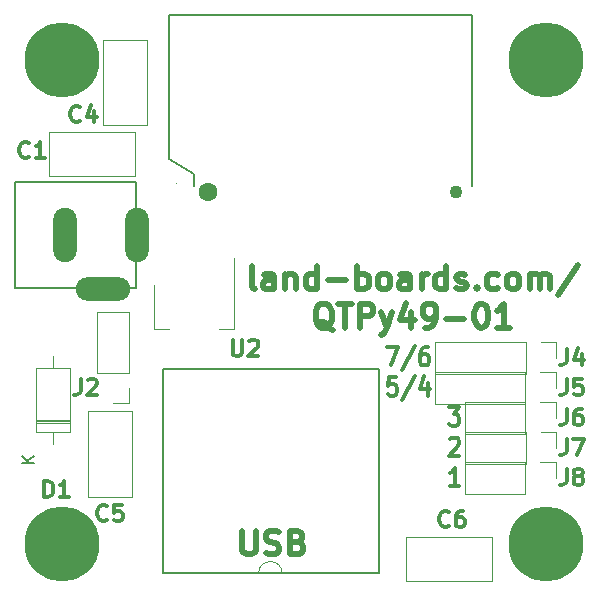
<source format=gto>
%TF.GenerationSoftware,KiCad,Pcbnew,(6.0.1)*%
%TF.CreationDate,2022-07-24T11:57:43-04:00*%
%TF.ProjectId,QTPy49,51545079-3439-42e6-9b69-6361645f7063,rev?*%
%TF.SameCoordinates,PXfffe7320PYffff9cc8*%
%TF.FileFunction,Legend,Top*%
%TF.FilePolarity,Positive*%
%FSLAX46Y46*%
G04 Gerber Fmt 4.6, Leading zero omitted, Abs format (unit mm)*
G04 Created by KiCad (PCBNEW (6.0.1)) date 2022-07-24 11:57:43*
%MOMM*%
%LPD*%
G01*
G04 APERTURE LIST*
%ADD10C,0.337500*%
%ADD11C,0.500000*%
%ADD12C,0.349250*%
%ADD13C,0.150000*%
%ADD14C,0.120000*%
%ADD15C,0.200000*%
%ADD16C,0.010000*%
%ADD17C,6.350000*%
%ADD18O,2.000000X4.600000*%
%ADD19O,4.600000X2.000000*%
%ADD20C,1.100000*%
%ADD21C,1.600000*%
G04 APERTURE END LIST*
D10*
X31676649Y-28298117D02*
X32576649Y-28298117D01*
X31998078Y-29885617D01*
X34055221Y-28222522D02*
X32898078Y-30263593D01*
X35083792Y-28298117D02*
X34826649Y-28298117D01*
X34698078Y-28373713D01*
X34633792Y-28449308D01*
X34505221Y-28676093D01*
X34440935Y-28978474D01*
X34440935Y-29583236D01*
X34505221Y-29734427D01*
X34569507Y-29810022D01*
X34698078Y-29885617D01*
X34955221Y-29885617D01*
X35083792Y-29810022D01*
X35148078Y-29734427D01*
X35212364Y-29583236D01*
X35212364Y-29205260D01*
X35148078Y-29054070D01*
X35083792Y-28978474D01*
X34955221Y-28902879D01*
X34698078Y-28902879D01*
X34569507Y-28978474D01*
X34505221Y-29054070D01*
X34440935Y-29205260D01*
X32448078Y-30853992D02*
X31805221Y-30853992D01*
X31740935Y-31609945D01*
X31805221Y-31534349D01*
X31933792Y-31458754D01*
X32255221Y-31458754D01*
X32383792Y-31534349D01*
X32448078Y-31609945D01*
X32512364Y-31761135D01*
X32512364Y-32139111D01*
X32448078Y-32290302D01*
X32383792Y-32365897D01*
X32255221Y-32441492D01*
X31933792Y-32441492D01*
X31805221Y-32365897D01*
X31740935Y-32290302D01*
X34055221Y-30778397D02*
X32898078Y-32819468D01*
X35083792Y-31383159D02*
X35083792Y-32441492D01*
X34762364Y-30778397D02*
X34440935Y-31912326D01*
X35276649Y-31912326D01*
X36926649Y-33430179D02*
X37762364Y-33430179D01*
X37312364Y-34034941D01*
X37505221Y-34034941D01*
X37633792Y-34110536D01*
X37698078Y-34186132D01*
X37762364Y-34337322D01*
X37762364Y-34715298D01*
X37698078Y-34866489D01*
X37633792Y-34942084D01*
X37505221Y-35017679D01*
X37119507Y-35017679D01*
X36990935Y-34942084D01*
X36926649Y-34866489D01*
X36990935Y-36137245D02*
X37055221Y-36061650D01*
X37183792Y-35986054D01*
X37505221Y-35986054D01*
X37633792Y-36061650D01*
X37698078Y-36137245D01*
X37762364Y-36288435D01*
X37762364Y-36439626D01*
X37698078Y-36666411D01*
X36926649Y-37573554D01*
X37762364Y-37573554D01*
X37762364Y-40129429D02*
X36990935Y-40129429D01*
X37376649Y-40129429D02*
X37376649Y-38541929D01*
X37248078Y-38768715D01*
X37119507Y-38919905D01*
X36990935Y-38995501D01*
D11*
X20477247Y-23450161D02*
X20286771Y-23354923D01*
X20191533Y-23164447D01*
X20191533Y-21450161D01*
X22096295Y-23450161D02*
X22096295Y-22402542D01*
X22001057Y-22212066D01*
X21810580Y-22116828D01*
X21429628Y-22116828D01*
X21239152Y-22212066D01*
X22096295Y-23354923D02*
X21905819Y-23450161D01*
X21429628Y-23450161D01*
X21239152Y-23354923D01*
X21143914Y-23164447D01*
X21143914Y-22973971D01*
X21239152Y-22783495D01*
X21429628Y-22688257D01*
X21905819Y-22688257D01*
X22096295Y-22593019D01*
X23048676Y-22116828D02*
X23048676Y-23450161D01*
X23048676Y-22307304D02*
X23143914Y-22212066D01*
X23334390Y-22116828D01*
X23620104Y-22116828D01*
X23810580Y-22212066D01*
X23905819Y-22402542D01*
X23905819Y-23450161D01*
X25715342Y-23450161D02*
X25715342Y-21450161D01*
X25715342Y-23354923D02*
X25524866Y-23450161D01*
X25143914Y-23450161D01*
X24953438Y-23354923D01*
X24858199Y-23259685D01*
X24762961Y-23069209D01*
X24762961Y-22497780D01*
X24858199Y-22307304D01*
X24953438Y-22212066D01*
X25143914Y-22116828D01*
X25524866Y-22116828D01*
X25715342Y-22212066D01*
X26667723Y-22688257D02*
X28191533Y-22688257D01*
X29143914Y-23450161D02*
X29143914Y-21450161D01*
X29143914Y-22212066D02*
X29334390Y-22116828D01*
X29715342Y-22116828D01*
X29905819Y-22212066D01*
X30001057Y-22307304D01*
X30096295Y-22497780D01*
X30096295Y-23069209D01*
X30001057Y-23259685D01*
X29905819Y-23354923D01*
X29715342Y-23450161D01*
X29334390Y-23450161D01*
X29143914Y-23354923D01*
X31239152Y-23450161D02*
X31048676Y-23354923D01*
X30953438Y-23259685D01*
X30858199Y-23069209D01*
X30858199Y-22497780D01*
X30953438Y-22307304D01*
X31048676Y-22212066D01*
X31239152Y-22116828D01*
X31524866Y-22116828D01*
X31715342Y-22212066D01*
X31810580Y-22307304D01*
X31905819Y-22497780D01*
X31905819Y-23069209D01*
X31810580Y-23259685D01*
X31715342Y-23354923D01*
X31524866Y-23450161D01*
X31239152Y-23450161D01*
X33620104Y-23450161D02*
X33620104Y-22402542D01*
X33524866Y-22212066D01*
X33334390Y-22116828D01*
X32953438Y-22116828D01*
X32762961Y-22212066D01*
X33620104Y-23354923D02*
X33429628Y-23450161D01*
X32953438Y-23450161D01*
X32762961Y-23354923D01*
X32667723Y-23164447D01*
X32667723Y-22973971D01*
X32762961Y-22783495D01*
X32953438Y-22688257D01*
X33429628Y-22688257D01*
X33620104Y-22593019D01*
X34572485Y-23450161D02*
X34572485Y-22116828D01*
X34572485Y-22497780D02*
X34667723Y-22307304D01*
X34762961Y-22212066D01*
X34953438Y-22116828D01*
X35143914Y-22116828D01*
X36667723Y-23450161D02*
X36667723Y-21450161D01*
X36667723Y-23354923D02*
X36477247Y-23450161D01*
X36096295Y-23450161D01*
X35905819Y-23354923D01*
X35810580Y-23259685D01*
X35715342Y-23069209D01*
X35715342Y-22497780D01*
X35810580Y-22307304D01*
X35905819Y-22212066D01*
X36096295Y-22116828D01*
X36477247Y-22116828D01*
X36667723Y-22212066D01*
X37524866Y-23354923D02*
X37715342Y-23450161D01*
X38096295Y-23450161D01*
X38286771Y-23354923D01*
X38382009Y-23164447D01*
X38382009Y-23069209D01*
X38286771Y-22878733D01*
X38096295Y-22783495D01*
X37810580Y-22783495D01*
X37620104Y-22688257D01*
X37524866Y-22497780D01*
X37524866Y-22402542D01*
X37620104Y-22212066D01*
X37810580Y-22116828D01*
X38096295Y-22116828D01*
X38286771Y-22212066D01*
X39239152Y-23259685D02*
X39334390Y-23354923D01*
X39239152Y-23450161D01*
X39143914Y-23354923D01*
X39239152Y-23259685D01*
X39239152Y-23450161D01*
X41048676Y-23354923D02*
X40858200Y-23450161D01*
X40477247Y-23450161D01*
X40286771Y-23354923D01*
X40191533Y-23259685D01*
X40096295Y-23069209D01*
X40096295Y-22497780D01*
X40191533Y-22307304D01*
X40286771Y-22212066D01*
X40477247Y-22116828D01*
X40858200Y-22116828D01*
X41048676Y-22212066D01*
X42191533Y-23450161D02*
X42001057Y-23354923D01*
X41905819Y-23259685D01*
X41810580Y-23069209D01*
X41810580Y-22497780D01*
X41905819Y-22307304D01*
X42001057Y-22212066D01*
X42191533Y-22116828D01*
X42477247Y-22116828D01*
X42667723Y-22212066D01*
X42762961Y-22307304D01*
X42858200Y-22497780D01*
X42858200Y-23069209D01*
X42762961Y-23259685D01*
X42667723Y-23354923D01*
X42477247Y-23450161D01*
X42191533Y-23450161D01*
X43715342Y-23450161D02*
X43715342Y-22116828D01*
X43715342Y-22307304D02*
X43810580Y-22212066D01*
X44001057Y-22116828D01*
X44286771Y-22116828D01*
X44477247Y-22212066D01*
X44572485Y-22402542D01*
X44572485Y-23450161D01*
X44572485Y-22402542D02*
X44667723Y-22212066D01*
X44858200Y-22116828D01*
X45143914Y-22116828D01*
X45334390Y-22212066D01*
X45429628Y-22402542D01*
X45429628Y-23450161D01*
X47810580Y-21354923D02*
X46096295Y-23926352D01*
X27048676Y-26860638D02*
X26858200Y-26765400D01*
X26667723Y-26574923D01*
X26382009Y-26289209D01*
X26191533Y-26193971D01*
X26001057Y-26193971D01*
X26096295Y-26670161D02*
X25905819Y-26574923D01*
X25715342Y-26384447D01*
X25620104Y-26003495D01*
X25620104Y-25336828D01*
X25715342Y-24955876D01*
X25905819Y-24765400D01*
X26096295Y-24670161D01*
X26477247Y-24670161D01*
X26667723Y-24765400D01*
X26858200Y-24955876D01*
X26953438Y-25336828D01*
X26953438Y-26003495D01*
X26858200Y-26384447D01*
X26667723Y-26574923D01*
X26477247Y-26670161D01*
X26096295Y-26670161D01*
X27524866Y-24670161D02*
X28667723Y-24670161D01*
X28096295Y-26670161D02*
X28096295Y-24670161D01*
X29334390Y-26670161D02*
X29334390Y-24670161D01*
X30096295Y-24670161D01*
X30286771Y-24765400D01*
X30382009Y-24860638D01*
X30477247Y-25051114D01*
X30477247Y-25336828D01*
X30382009Y-25527304D01*
X30286771Y-25622542D01*
X30096295Y-25717780D01*
X29334390Y-25717780D01*
X31143914Y-25336828D02*
X31620104Y-26670161D01*
X32096295Y-25336828D02*
X31620104Y-26670161D01*
X31429628Y-27146352D01*
X31334390Y-27241590D01*
X31143914Y-27336828D01*
X33715342Y-25336828D02*
X33715342Y-26670161D01*
X33239152Y-24574923D02*
X32762961Y-26003495D01*
X34001057Y-26003495D01*
X34858200Y-26670161D02*
X35239152Y-26670161D01*
X35429628Y-26574923D01*
X35524866Y-26479685D01*
X35715342Y-26193971D01*
X35810580Y-25813019D01*
X35810580Y-25051114D01*
X35715342Y-24860638D01*
X35620104Y-24765400D01*
X35429628Y-24670161D01*
X35048676Y-24670161D01*
X34858200Y-24765400D01*
X34762961Y-24860638D01*
X34667723Y-25051114D01*
X34667723Y-25527304D01*
X34762961Y-25717780D01*
X34858200Y-25813019D01*
X35048676Y-25908257D01*
X35429628Y-25908257D01*
X35620104Y-25813019D01*
X35715342Y-25717780D01*
X35810580Y-25527304D01*
X36667723Y-25908257D02*
X38191533Y-25908257D01*
X39524866Y-24670161D02*
X39715342Y-24670161D01*
X39905819Y-24765400D01*
X40001057Y-24860638D01*
X40096295Y-25051114D01*
X40191533Y-25432066D01*
X40191533Y-25908257D01*
X40096295Y-26289209D01*
X40001057Y-26479685D01*
X39905819Y-26574923D01*
X39715342Y-26670161D01*
X39524866Y-26670161D01*
X39334390Y-26574923D01*
X39239152Y-26479685D01*
X39143914Y-26289209D01*
X39048676Y-25908257D01*
X39048676Y-25432066D01*
X39143914Y-25051114D01*
X39239152Y-24860638D01*
X39334390Y-24765400D01*
X39524866Y-24670161D01*
X42096295Y-26670161D02*
X40953438Y-26670161D01*
X41524866Y-26670161D02*
X41524866Y-24670161D01*
X41334390Y-24955876D01*
X41143914Y-25146352D01*
X40953438Y-25241590D01*
X19396390Y-43888161D02*
X19396390Y-45507209D01*
X19491628Y-45697685D01*
X19586866Y-45792923D01*
X19777342Y-45888161D01*
X20158295Y-45888161D01*
X20348771Y-45792923D01*
X20444009Y-45697685D01*
X20539247Y-45507209D01*
X20539247Y-43888161D01*
X21396390Y-45792923D02*
X21682104Y-45888161D01*
X22158295Y-45888161D01*
X22348771Y-45792923D01*
X22444009Y-45697685D01*
X22539247Y-45507209D01*
X22539247Y-45316733D01*
X22444009Y-45126257D01*
X22348771Y-45031019D01*
X22158295Y-44935780D01*
X21777342Y-44840542D01*
X21586866Y-44745304D01*
X21491628Y-44650066D01*
X21396390Y-44459590D01*
X21396390Y-44269114D01*
X21491628Y-44078638D01*
X21586866Y-43983400D01*
X21777342Y-43888161D01*
X22253533Y-43888161D01*
X22539247Y-43983400D01*
X24063057Y-44840542D02*
X24348771Y-44935780D01*
X24444009Y-45031019D01*
X24539247Y-45221495D01*
X24539247Y-45507209D01*
X24444009Y-45697685D01*
X24348771Y-45792923D01*
X24158295Y-45888161D01*
X23396390Y-45888161D01*
X23396390Y-43888161D01*
X24063057Y-43888161D01*
X24253533Y-43983400D01*
X24348771Y-44078638D01*
X24444009Y-44269114D01*
X24444009Y-44459590D01*
X24348771Y-44650066D01*
X24253533Y-44745304D01*
X24063057Y-44840542D01*
X23396390Y-44840542D01*
D12*
%TO.C,U2*%
X18569819Y-27708376D02*
X18569819Y-28839280D01*
X18636342Y-28972328D01*
X18702866Y-29038852D01*
X18835914Y-29105376D01*
X19102009Y-29105376D01*
X19235057Y-29038852D01*
X19301580Y-28972328D01*
X19368104Y-28839280D01*
X19368104Y-27708376D01*
X19966819Y-27841423D02*
X20033342Y-27774900D01*
X20166390Y-27708376D01*
X20499009Y-27708376D01*
X20632057Y-27774900D01*
X20698580Y-27841423D01*
X20765104Y-27974471D01*
X20765104Y-28107519D01*
X20698580Y-28307090D01*
X19900295Y-29105376D01*
X20765104Y-29105376D01*
%TO.C,J7*%
X46854533Y-36090376D02*
X46854533Y-37088233D01*
X46788009Y-37287804D01*
X46654961Y-37420852D01*
X46455390Y-37487376D01*
X46322342Y-37487376D01*
X47386723Y-36090376D02*
X48318057Y-36090376D01*
X47719342Y-37487376D01*
%TO.C,J8*%
X46854533Y-38630376D02*
X46854533Y-39628233D01*
X46788009Y-39827804D01*
X46654961Y-39960852D01*
X46455390Y-40027376D01*
X46322342Y-40027376D01*
X47719342Y-39229090D02*
X47586295Y-39162566D01*
X47519771Y-39096042D01*
X47453247Y-38962995D01*
X47453247Y-38896471D01*
X47519771Y-38763423D01*
X47586295Y-38696900D01*
X47719342Y-38630376D01*
X47985438Y-38630376D01*
X48118485Y-38696900D01*
X48185009Y-38763423D01*
X48251533Y-38896471D01*
X48251533Y-38962995D01*
X48185009Y-39096042D01*
X48118485Y-39162566D01*
X47985438Y-39229090D01*
X47719342Y-39229090D01*
X47586295Y-39295614D01*
X47519771Y-39362138D01*
X47453247Y-39495185D01*
X47453247Y-39761280D01*
X47519771Y-39894328D01*
X47586295Y-39960852D01*
X47719342Y-40027376D01*
X47985438Y-40027376D01*
X48118485Y-39960852D01*
X48185009Y-39894328D01*
X48251533Y-39761280D01*
X48251533Y-39495185D01*
X48185009Y-39362138D01*
X48118485Y-39295614D01*
X47985438Y-39229090D01*
%TO.C,C5*%
X7971366Y-42942328D02*
X7904842Y-43008852D01*
X7705271Y-43075376D01*
X7572223Y-43075376D01*
X7372652Y-43008852D01*
X7239604Y-42875804D01*
X7173080Y-42742757D01*
X7106557Y-42476661D01*
X7106557Y-42277090D01*
X7173080Y-42010995D01*
X7239604Y-41877947D01*
X7372652Y-41744900D01*
X7572223Y-41678376D01*
X7705271Y-41678376D01*
X7904842Y-41744900D01*
X7971366Y-41811423D01*
X9235319Y-41678376D02*
X8570080Y-41678376D01*
X8503557Y-42343614D01*
X8570080Y-42277090D01*
X8703128Y-42210566D01*
X9035747Y-42210566D01*
X9168795Y-42277090D01*
X9235319Y-42343614D01*
X9301842Y-42476661D01*
X9301842Y-42809280D01*
X9235319Y-42942328D01*
X9168795Y-43008852D01*
X9035747Y-43075376D01*
X8703128Y-43075376D01*
X8570080Y-43008852D01*
X8503557Y-42942328D01*
%TO.C,C1*%
X1367366Y-12208328D02*
X1300842Y-12274852D01*
X1101271Y-12341376D01*
X968223Y-12341376D01*
X768652Y-12274852D01*
X635604Y-12141804D01*
X569080Y-12008757D01*
X502557Y-11742661D01*
X502557Y-11543090D01*
X569080Y-11276995D01*
X635604Y-11143947D01*
X768652Y-11010900D01*
X968223Y-10944376D01*
X1101271Y-10944376D01*
X1300842Y-11010900D01*
X1367366Y-11077423D01*
X2697842Y-12341376D02*
X1899557Y-12341376D01*
X2298700Y-12341376D02*
X2298700Y-10944376D01*
X2165652Y-11143947D01*
X2032604Y-11276995D01*
X1899557Y-11343519D01*
%TO.C,J6*%
X46854533Y-33550376D02*
X46854533Y-34548233D01*
X46788009Y-34747804D01*
X46654961Y-34880852D01*
X46455390Y-34947376D01*
X46322342Y-34947376D01*
X48118485Y-33550376D02*
X47852390Y-33550376D01*
X47719342Y-33616900D01*
X47652819Y-33683423D01*
X47519771Y-33882995D01*
X47453247Y-34149090D01*
X47453247Y-34681280D01*
X47519771Y-34814328D01*
X47586295Y-34880852D01*
X47719342Y-34947376D01*
X47985438Y-34947376D01*
X48118485Y-34880852D01*
X48185009Y-34814328D01*
X48251533Y-34681280D01*
X48251533Y-34348661D01*
X48185009Y-34215614D01*
X48118485Y-34149090D01*
X47985438Y-34082566D01*
X47719342Y-34082566D01*
X47586295Y-34149090D01*
X47519771Y-34215614D01*
X47453247Y-34348661D01*
%TO.C,J5*%
X46854533Y-31010376D02*
X46854533Y-32008233D01*
X46788009Y-32207804D01*
X46654961Y-32340852D01*
X46455390Y-32407376D01*
X46322342Y-32407376D01*
X48185009Y-31010376D02*
X47519771Y-31010376D01*
X47453247Y-31675614D01*
X47519771Y-31609090D01*
X47652819Y-31542566D01*
X47985438Y-31542566D01*
X48118485Y-31609090D01*
X48185009Y-31675614D01*
X48251533Y-31808661D01*
X48251533Y-32141280D01*
X48185009Y-32274328D01*
X48118485Y-32340852D01*
X47985438Y-32407376D01*
X47652819Y-32407376D01*
X47519771Y-32340852D01*
X47453247Y-32274328D01*
%TO.C,J2*%
X5706533Y-31010376D02*
X5706533Y-32008233D01*
X5640009Y-32207804D01*
X5506961Y-32340852D01*
X5307390Y-32407376D01*
X5174342Y-32407376D01*
X6305247Y-31143423D02*
X6371771Y-31076900D01*
X6504819Y-31010376D01*
X6837438Y-31010376D01*
X6970485Y-31076900D01*
X7037009Y-31143423D01*
X7103533Y-31276471D01*
X7103533Y-31409519D01*
X7037009Y-31609090D01*
X6238723Y-32407376D01*
X7103533Y-32407376D01*
%TO.C,C6*%
X36927366Y-43450328D02*
X36860842Y-43516852D01*
X36661271Y-43583376D01*
X36528223Y-43583376D01*
X36328652Y-43516852D01*
X36195604Y-43383804D01*
X36129080Y-43250757D01*
X36062557Y-42984661D01*
X36062557Y-42785090D01*
X36129080Y-42518995D01*
X36195604Y-42385947D01*
X36328652Y-42252900D01*
X36528223Y-42186376D01*
X36661271Y-42186376D01*
X36860842Y-42252900D01*
X36927366Y-42319423D01*
X38124795Y-42186376D02*
X37858700Y-42186376D01*
X37725652Y-42252900D01*
X37659128Y-42319423D01*
X37526080Y-42518995D01*
X37459557Y-42785090D01*
X37459557Y-43317280D01*
X37526080Y-43450328D01*
X37592604Y-43516852D01*
X37725652Y-43583376D01*
X37991747Y-43583376D01*
X38124795Y-43516852D01*
X38191319Y-43450328D01*
X38257842Y-43317280D01*
X38257842Y-42984661D01*
X38191319Y-42851614D01*
X38124795Y-42785090D01*
X37991747Y-42718566D01*
X37725652Y-42718566D01*
X37592604Y-42785090D01*
X37526080Y-42851614D01*
X37459557Y-42984661D01*
%TO.C,C4*%
X5685366Y-9160328D02*
X5618842Y-9226852D01*
X5419271Y-9293376D01*
X5286223Y-9293376D01*
X5086652Y-9226852D01*
X4953604Y-9093804D01*
X4887080Y-8960757D01*
X4820557Y-8694661D01*
X4820557Y-8495090D01*
X4887080Y-8228995D01*
X4953604Y-8095947D01*
X5086652Y-7962900D01*
X5286223Y-7896376D01*
X5419271Y-7896376D01*
X5618842Y-7962900D01*
X5685366Y-8029423D01*
X6882795Y-8362042D02*
X6882795Y-9293376D01*
X6550176Y-7829852D02*
X6217557Y-8827709D01*
X7082366Y-8827709D01*
%TO.C,J4*%
X46854533Y-28470376D02*
X46854533Y-29468233D01*
X46788009Y-29667804D01*
X46654961Y-29800852D01*
X46455390Y-29867376D01*
X46322342Y-29867376D01*
X48118485Y-28936042D02*
X48118485Y-29867376D01*
X47785866Y-28403852D02*
X47453247Y-29401709D01*
X48318057Y-29401709D01*
%TO.C,D1*%
X2601080Y-41043376D02*
X2601080Y-39646376D01*
X2933700Y-39646376D01*
X3133271Y-39712900D01*
X3266319Y-39845947D01*
X3332842Y-39978995D01*
X3399366Y-40245090D01*
X3399366Y-40444661D01*
X3332842Y-40710757D01*
X3266319Y-40843804D01*
X3133271Y-40976852D01*
X2933700Y-41043376D01*
X2601080Y-41043376D01*
X4729842Y-41043376D02*
X3931557Y-41043376D01*
X4330700Y-41043376D02*
X4330700Y-39646376D01*
X4197652Y-39845947D01*
X4064604Y-39978995D01*
X3931557Y-40045519D01*
D13*
X1730580Y-38133304D02*
X730580Y-38133304D01*
X1730580Y-37561876D02*
X1159152Y-37990447D01*
X730580Y-37561876D02*
X1302009Y-38133304D01*
D14*
%TO.C,U2*%
X11906200Y-26827400D02*
X13166200Y-26827400D01*
X18726200Y-26827400D02*
X17466200Y-26827400D01*
X18726200Y-20817400D02*
X18726200Y-26827400D01*
X11906200Y-23067400D02*
X11906200Y-26827400D01*
%TO.C,J7*%
X43378882Y-35525400D02*
X43378882Y-38185400D01*
X45978882Y-35525400D02*
X45978882Y-36855400D01*
X43378882Y-38185400D02*
X38238882Y-38185400D01*
X43378882Y-35525400D02*
X38238882Y-35525400D01*
X38238882Y-35525400D02*
X38238882Y-38185400D01*
X44648882Y-35525400D02*
X45978882Y-35525400D01*
%TO.C,J8*%
X43363882Y-40725400D02*
X38223882Y-40725400D01*
X44633882Y-38065400D02*
X45963882Y-38065400D01*
X43363882Y-38065400D02*
X43363882Y-40725400D01*
X38223882Y-38065400D02*
X38223882Y-40725400D01*
X43363882Y-38065400D02*
X38223882Y-38065400D01*
X45963882Y-38065400D02*
X45963882Y-39395400D01*
%TO.C,C5*%
X6334200Y-40983400D02*
X10074200Y-40983400D01*
X10074200Y-40983400D02*
X10074200Y-33743400D01*
X6334200Y-33743400D02*
X10074200Y-33743400D01*
X6334200Y-40983400D02*
X6334200Y-33743400D01*
D15*
%TO.C,J1*%
X194200Y-14321400D02*
X10394200Y-14321400D01*
X194200Y-23321400D02*
X194200Y-14321400D01*
X10394200Y-14321400D02*
X10394200Y-23321400D01*
X194200Y-23321400D02*
X10394200Y-23321400D01*
D13*
%TO.C,J3*%
X13316200Y-192900D02*
X13189200Y-192900D01*
X38843200Y-3113900D02*
X38843200Y-192900D01*
X13189200Y-192900D02*
X13189200Y-3113900D01*
X38843200Y-14670900D02*
X38843200Y-3113900D01*
X38843200Y-192900D02*
X13316200Y-192900D01*
X13189200Y-3113900D02*
X13189200Y-12384900D01*
X13189200Y-12384900D02*
X15348200Y-13654900D01*
X15348200Y-13654900D02*
X15348200Y-14670900D01*
D16*
X13784200Y-14458900D02*
X13784200Y-14468900D01*
D14*
%TO.C,C1*%
X10300200Y-10093400D02*
X3060200Y-10093400D01*
X3060200Y-13833400D02*
X3060200Y-10093400D01*
X10300200Y-13833400D02*
X10300200Y-10093400D01*
X10300200Y-13833400D02*
X3060200Y-13833400D01*
%TO.C,J6*%
X43363882Y-32985400D02*
X38223882Y-32985400D01*
X44633882Y-32985400D02*
X45963882Y-32985400D01*
X38223882Y-32985400D02*
X38223882Y-35645400D01*
X43363882Y-32985400D02*
X43363882Y-35645400D01*
X45963882Y-32985400D02*
X45963882Y-34315400D01*
X43363882Y-35645400D02*
X38223882Y-35645400D01*
%TO.C,J5*%
X43368882Y-30445400D02*
X43368882Y-33105400D01*
X35688882Y-30445400D02*
X35688882Y-33105400D01*
X43368882Y-33105400D02*
X35688882Y-33105400D01*
X43368882Y-30445400D02*
X35688882Y-30445400D01*
X45968882Y-30445400D02*
X45968882Y-31775400D01*
X44638882Y-30445400D02*
X45968882Y-30445400D01*
%TO.C,J2*%
X9788200Y-31760400D02*
X9788200Y-33090400D01*
X9788200Y-30490400D02*
X9788200Y-25350400D01*
X9788200Y-25350400D02*
X7128200Y-25350400D01*
X7128200Y-30490400D02*
X7128200Y-25350400D01*
X9788200Y-33090400D02*
X8458200Y-33090400D01*
X9788200Y-30490400D02*
X7128200Y-30490400D01*
%TO.C,C6*%
X33286200Y-48123400D02*
X33286200Y-44383400D01*
X40526200Y-44383400D02*
X33286200Y-44383400D01*
X40526200Y-48123400D02*
X33286200Y-48123400D01*
X40526200Y-48123400D02*
X40526200Y-44383400D01*
D13*
%TO.C,BRD1*%
X30932882Y-47488682D02*
X12644882Y-47488682D01*
X12644882Y-47488682D02*
X12644882Y-30216682D01*
X12644882Y-30216682D02*
X30932882Y-30216682D01*
X30932882Y-30216682D02*
X30932882Y-47488682D01*
D14*
X22772882Y-47488682D02*
G75*
G03*
X20772882Y-47488682I-1000000J0D01*
G01*
%TO.C,C4*%
X7604200Y-9527400D02*
X7604200Y-2287400D01*
X7604200Y-2287400D02*
X11344200Y-2287400D01*
X7604200Y-9527400D02*
X11344200Y-9527400D01*
X11344200Y-9527400D02*
X11344200Y-2287400D01*
%TO.C,J4*%
X45978882Y-27905400D02*
X45978882Y-29235400D01*
X43378882Y-30565400D02*
X35698882Y-30565400D01*
X44648882Y-27905400D02*
X45978882Y-27905400D01*
X43378882Y-27905400D02*
X43378882Y-30565400D01*
X35698882Y-27905400D02*
X35698882Y-30565400D01*
X43378882Y-27905400D02*
X35698882Y-27905400D01*
%TO.C,D1*%
X1908200Y-30071400D02*
X1908200Y-35511400D01*
X1908200Y-34611400D02*
X4848200Y-34611400D01*
X4848200Y-35511400D02*
X4848200Y-30071400D01*
X1908200Y-35511400D02*
X4848200Y-35511400D01*
X1908200Y-34491400D02*
X4848200Y-34491400D01*
X3378200Y-29051400D02*
X3378200Y-30071400D01*
X3378200Y-36531400D02*
X3378200Y-35511400D01*
X1908200Y-34731400D02*
X4848200Y-34731400D01*
X4848200Y-30071400D02*
X1908200Y-30071400D01*
%TD*%
D17*
%TO.C,MTG1*%
X4101600Y-4025400D03*
%TD*%
%TO.C,MTG2*%
X45101600Y-4025400D03*
%TD*%
%TO.C,MTG4*%
X45101600Y-45025400D03*
%TD*%
%TO.C,MTG3*%
X4101600Y-45025400D03*
%TD*%
D18*
%TO.C,J1*%
X10494200Y-18821400D03*
X4394200Y-18821400D03*
D19*
X7594200Y-23421400D03*
%TD*%
D20*
%TO.C,J3*%
X37484200Y-15178900D03*
D21*
X16484200Y-15178900D03*
%TD*%
M02*

</source>
